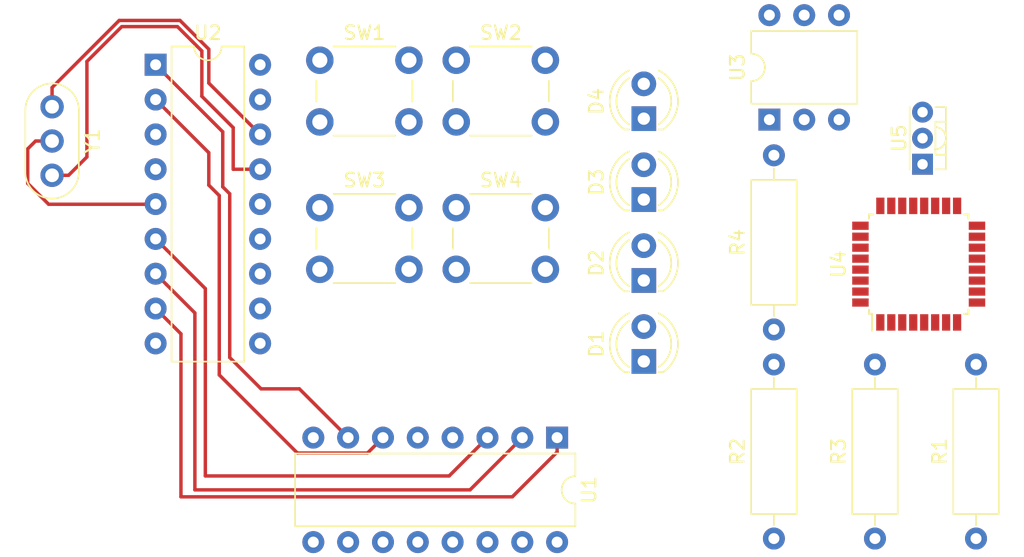
<source format=kicad_pcb>
(kicad_pcb (version 20170922) (host pcbnew no-vcs-found-fc5e8e5~60~ubuntu17.04.1)

(general
  (thickness 1.6)
  (drawings 0)
  (tracks 53)
  (zones 0)
  (modules 18)
  (nets 70)
)

(page A4)
(layers
  (0 F.Cu signal)
  (31 B.Cu signal)
  (32 B.Adhes user)
  (33 F.Adhes user)
  (34 B.Paste user)
  (35 F.Paste user)
  (36 B.SilkS user)
  (37 F.SilkS user)
  (38 B.Mask user)
  (39 F.Mask user)
  (40 Dwgs.User user)
  (41 Cmts.User user)
  (42 Eco1.User user)
  (43 Eco2.User user)
  (44 Edge.Cuts user)
  (45 Margin user)
  (46 B.CrtYd user)
  (47 F.CrtYd user)
  (48 B.Fab user)
  (49 F.Fab user)
)


(setup
  (last_trace_width 0.25)
  (trace_clearance 0.2)
  (zone_clearance 0.508)
  (zone_45_only no)
  (trace_min 0.2)
  (segment_width 0.2)
  (edge_width 0.15)
  (via_size 0.8)
  (via_drill 0.4)
  (via_min_size 0.4)
  (via_min_drill 0.3)
  (uvia_size 0.3)
  (uvia_drill 0.1)
  (uvias_allowed no)
  (uvia_min_size 0.2)
  (uvia_min_drill 0.1)
  (pcb_text_width 0.3)
  (pcb_text_size 1.5 1.5)
  (mod_edge_width 0.15)
  (mod_text_size 1 1)
  (mod_text_width 0.15)
  (pad_size 1.524 1.524)
  (pad_drill 0.762)
  (pad_to_mask_clearance 0.2)
  (aux_axis_origin 0 0)
  (visible_elements FFFFFF7F)
  (pcbplotparams
    (layerselection 0x010fc_ffffffff)
    (usegerberextensions false)
    (usegerberattributes true)
    (usegerberadvancedattributes true)
    (creategerberjobfile true)
    (excludeedgelayer true)
    (linewidth 0.100000)
    (plotframeref false)
    (viasonmask false)
    (mode 1)
    (useauxorigin false)
    (hpglpennumber 1)
    (hpglpenspeed 20)
    (hpglpendiameter 15)
    (psnegative false)
    (psa4output false)
    (plotreference true)
    (plotvalue true)
    (plotinvisibletext false)
    (padsonsilk false)
    (subtractmaskfromsilk false)
    (outputformat 1)
    (mirror false)
    (drillshape 1)
    (scaleselection 1)
    (outputdirectory ""))
)

(net 0 "")
(net 1 /HIGH)
(net 2 /LOW)
(net 3 "Net-(U2-Pad16)")
(net 4 "Net-(U2-Pad15)")
(net 5 +5V)
(net 6 GND)
(net 7 "Net-(U2-Pad13)")
(net 8 "Net-(U2-Pad4)")
(net 9 "Net-(R1-Pad2)")
(net 10 "Net-(U2-Pad3)")
(net 11 /ON/OFF)
(net 12 /DIMMER)
(net 13 "Net-(R2-Pad1)")
(net 14 "Net-(D1-Pad1)")
(net 15 "Net-(U1-Pad16)")
(net 16 "Net-(U1-Pad8)")
(net 17 "Net-(U1-Pad15)")
(net 18 "Net-(U1-Pad14)")
(net 19 "Net-(U1-Pad13)")
(net 20 "Net-(U1-Pad5)")
(net 21 "Net-(U1-Pad12)")
(net 22 "Net-(U1-Pad4)")
(net 23 "Net-(U1-Pad11)")
(net 24 "Net-(U1-Pad10)")
(net 25 "Net-(U1-Pad9)")
(net 26 "Net-(R3-Pad1)")
(net 27 "Net-(R3-Pad2)")
(net 28 "Net-(R4-Pad1)")
(net 29 "Net-(U4-Pad32)")
(net 30 "Net-(U4-Pad31)")
(net 31 "Net-(U4-Pad30)")
(net 32 "Net-(U4-Pad29)")
(net 33 "Net-(U4-Pad28)")
(net 34 "Net-(U4-Pad27)")
(net 35 "Net-(U4-Pad26)")
(net 36 "Net-(U4-Pad25)")
(net 37 "Net-(U4-Pad24)")
(net 38 "Net-(U4-Pad23)")
(net 39 "Net-(U4-Pad22)")
(net 40 "Net-(U4-Pad21)")
(net 41 "Net-(U4-Pad20)")
(net 42 "Net-(U4-Pad19)")
(net 43 "Net-(U4-Pad18)")
(net 44 "Net-(U4-Pad17)")
(net 45 "Net-(U4-Pad16)")
(net 46 "Net-(U4-Pad15)")
(net 47 "Net-(U4-Pad14)")
(net 48 "Net-(U4-Pad13)")
(net 49 "Net-(U4-Pad12)")
(net 50 "Net-(U4-Pad11)")
(net 51 "Net-(U4-Pad10)")
(net 52 "Net-(U4-Pad9)")
(net 53 "Net-(U4-Pad8)")
(net 54 "Net-(U4-Pad7)")
(net 55 "Net-(U4-Pad6)")
(net 56 "Net-(U4-Pad5)")
(net 57 "Net-(U4-Pad4)")
(net 58 "Net-(U4-Pad3)")
(net 59 "Net-(U4-Pad2)")
(net 60 "Net-(U4-Pad1)")
(net 61 "Net-(U3-Pad6)")
(net 62 "Net-(U3-Pad3)")
(net 63 "Net-(U3-Pad5)")
(net 64 "Net-(U3-Pad4)")
(net 65 /FAN)
(net 66 /1000W)
(net 67 /SWING)
(net 68 /100_W)
(net 69 /BUZZER)

(net_class Default "This is the default net class."
  (clearance 0.2)
  (trace_width 0.25)
  (via_dia 0.8)
  (via_drill 0.4)
  (uvia_dia 0.3)
  (uvia_drill 0.1)
  (add_net +5V)
  (add_net /1000W)
  (add_net /100_W)
  (add_net /BUZZER)
  (add_net /DIMMER)
  (add_net /FAN)
  (add_net /HIGH)
  (add_net /LOW)
  (add_net /ON/OFF)
  (add_net /SWING)
  (add_net GND)
  (add_net "Net-(D1-Pad1)")
  (add_net "Net-(R1-Pad2)")
  (add_net "Net-(R2-Pad1)")
  (add_net "Net-(R3-Pad1)")
  (add_net "Net-(R3-Pad2)")
  (add_net "Net-(R4-Pad1)")
  (add_net "Net-(U1-Pad10)")
  (add_net "Net-(U1-Pad11)")
  (add_net "Net-(U1-Pad12)")
  (add_net "Net-(U1-Pad13)")
  (add_net "Net-(U1-Pad14)")
  (add_net "Net-(U1-Pad15)")
  (add_net "Net-(U1-Pad16)")
  (add_net "Net-(U1-Pad4)")
  (add_net "Net-(U1-Pad5)")
  (add_net "Net-(U1-Pad8)")
  (add_net "Net-(U1-Pad9)")
  (add_net "Net-(U2-Pad13)")
  (add_net "Net-(U2-Pad15)")
  (add_net "Net-(U2-Pad16)")
  (add_net "Net-(U2-Pad3)")
  (add_net "Net-(U2-Pad4)")
  (add_net "Net-(U3-Pad3)")
  (add_net "Net-(U3-Pad4)")
  (add_net "Net-(U3-Pad5)")
  (add_net "Net-(U3-Pad6)")
  (add_net "Net-(U4-Pad1)")
  (add_net "Net-(U4-Pad10)")
  (add_net "Net-(U4-Pad11)")
  (add_net "Net-(U4-Pad12)")
  (add_net "Net-(U4-Pad13)")
  (add_net "Net-(U4-Pad14)")
  (add_net "Net-(U4-Pad15)")
  (add_net "Net-(U4-Pad16)")
  (add_net "Net-(U4-Pad17)")
  (add_net "Net-(U4-Pad18)")
  (add_net "Net-(U4-Pad19)")
  (add_net "Net-(U4-Pad2)")
  (add_net "Net-(U4-Pad20)")
  (add_net "Net-(U4-Pad21)")
  (add_net "Net-(U4-Pad22)")
  (add_net "Net-(U4-Pad23)")
  (add_net "Net-(U4-Pad24)")
  (add_net "Net-(U4-Pad25)")
  (add_net "Net-(U4-Pad26)")
  (add_net "Net-(U4-Pad27)")
  (add_net "Net-(U4-Pad28)")
  (add_net "Net-(U4-Pad29)")
  (add_net "Net-(U4-Pad3)")
  (add_net "Net-(U4-Pad30)")
  (add_net "Net-(U4-Pad31)")
  (add_net "Net-(U4-Pad32)")
  (add_net "Net-(U4-Pad4)")
  (add_net "Net-(U4-Pad5)")
  (add_net "Net-(U4-Pad6)")
  (add_net "Net-(U4-Pad7)")
  (add_net "Net-(U4-Pad8)")
  (add_net "Net-(U4-Pad9)")
)

  (module Housings_DIP:DIP-6_W7.62mm (layer F.Cu) (tedit 59C78D6B) (tstamp 59F42880)
    (at 174.2295 80.950999 90)
    (descr "6-lead though-hole mounted DIP package, row spacing 7.62 mm (300 mils)")
    (tags "THT DIP DIL PDIP 2.54mm 7.62mm 300mil")
    (path /59F3A3E3)
    (fp_text reference U3 (at 3.81 -2.33 90) (layer F.SilkS)
      (effects (font (size 1 1) (thickness 0.15)))
    )
    (fp_text value MOC3021M (at 3.81 7.41 90) (layer F.Fab)
      (effects (font (size 1 1) (thickness 0.15)))
    )
    (fp_text user %R (at 3.81 2.54 90) (layer F.Fab)
      (effects (font (size 1 1) (thickness 0.15)))
    )
    (fp_line (start 8.7 -1.55) (end -1.1 -1.55) (layer F.CrtYd) (width 0.05))
    (fp_line (start 8.7 6.6) (end 8.7 -1.55) (layer F.CrtYd) (width 0.05))
    (fp_line (start -1.1 6.6) (end 8.7 6.6) (layer F.CrtYd) (width 0.05))
    (fp_line (start -1.1 -1.55) (end -1.1 6.6) (layer F.CrtYd) (width 0.05))
    (fp_line (start 6.46 -1.33) (end 4.81 -1.33) (layer F.SilkS) (width 0.12))
    (fp_line (start 6.46 6.41) (end 6.46 -1.33) (layer F.SilkS) (width 0.12))
    (fp_line (start 1.16 6.41) (end 6.46 6.41) (layer F.SilkS) (width 0.12))
    (fp_line (start 1.16 -1.33) (end 1.16 6.41) (layer F.SilkS) (width 0.12))
    (fp_line (start 2.81 -1.33) (end 1.16 -1.33) (layer F.SilkS) (width 0.12))
    (fp_line (start 0.635 -0.27) (end 1.635 -1.27) (layer F.Fab) (width 0.1))
    (fp_line (start 0.635 6.35) (end 0.635 -0.27) (layer F.Fab) (width 0.1))
    (fp_line (start 6.985 6.35) (end 0.635 6.35) (layer F.Fab) (width 0.1))
    (fp_line (start 6.985 -1.27) (end 6.985 6.35) (layer F.Fab) (width 0.1))
    (fp_line (start 1.635 -1.27) (end 6.985 -1.27) (layer F.Fab) (width 0.1))
    (fp_arc (start 3.81 -1.33) (end 2.81 -1.33) (angle -180) (layer F.SilkS) (width 0.12))
    (pad 6 thru_hole oval (at 7.62 0 90) (size 1.6 1.6) (drill 0.8) (layers *.Cu *.Mask)
      (net 61 "Net-(U3-Pad6)"))
    (pad 3 thru_hole oval (at 0 5.08 90) (size 1.6 1.6) (drill 0.8) (layers *.Cu *.Mask)
      (net 62 "Net-(U3-Pad3)"))
    (pad 5 thru_hole oval (at 7.62 2.54 90) (size 1.6 1.6) (drill 0.8) (layers *.Cu *.Mask)
      (net 63 "Net-(U3-Pad5)"))
    (pad 2 thru_hole oval (at 0 2.54 90) (size 1.6 1.6) (drill 0.8) (layers *.Cu *.Mask)
      (net 6 GND))
    (pad 4 thru_hole oval (at 7.62 5.08 90) (size 1.6 1.6) (drill 0.8) (layers *.Cu *.Mask)
      (net 64 "Net-(U3-Pad4)"))
    (pad 1 thru_hole rect (at 0 0 90) (size 1.6 1.6) (drill 0.8) (layers *.Cu *.Mask)
      (net 27 "Net-(R3-Pad2)"))
    (model ${KISYS3DMOD}/Housings_DIP.3dshapes/DIP-6_W7.62mm.wrl
      (at (xyz 0 0 0))
      (scale (xyz 1 1 1))
      (rotate (xyz 0 0 0))
    )
  )

  (module Housings_QFP:LQFP-32_7x7mm_Pitch0.8mm (layer F.Cu) (tedit 54130A77) (tstamp 59F42866)
    (at 185.1195 91.489095 90)
    (descr "LQFP32: plastic low profile quad flat package; 32 leads; body 7 x 7 x 1.4 mm (see NXP sot358-1_po.pdf and sot358-1_fr.pdf)")
    (tags "QFP 0.8")
    (path /59F3A01F)
    (attr smd)
    (fp_text reference U4 (at 0 -5.85 90) (layer F.SilkS)
      (effects (font (size 1 1) (thickness 0.15)))
    )
    (fp_text value ATMEGA8-16AU (at 0 5.85 90) (layer F.Fab)
      (effects (font (size 1 1) (thickness 0.15)))
    )
    (fp_line (start -3.625 -3.4) (end -4.85 -3.4) (layer F.SilkS) (width 0.15))
    (fp_line (start 3.625 -3.625) (end 3.325 -3.625) (layer F.SilkS) (width 0.15))
    (fp_line (start 3.625 3.625) (end 3.325 3.625) (layer F.SilkS) (width 0.15))
    (fp_line (start -3.625 3.625) (end -3.325 3.625) (layer F.SilkS) (width 0.15))
    (fp_line (start -3.625 -3.625) (end -3.325 -3.625) (layer F.SilkS) (width 0.15))
    (fp_line (start -3.625 3.625) (end -3.625 3.325) (layer F.SilkS) (width 0.15))
    (fp_line (start 3.625 3.625) (end 3.625 3.325) (layer F.SilkS) (width 0.15))
    (fp_line (start 3.625 -3.625) (end 3.625 -3.325) (layer F.SilkS) (width 0.15))
    (fp_line (start -3.625 -3.625) (end -3.625 -3.4) (layer F.SilkS) (width 0.15))
    (fp_line (start -5.1 5.1) (end 5.1 5.1) (layer F.CrtYd) (width 0.05))
    (fp_line (start -5.1 -5.1) (end 5.1 -5.1) (layer F.CrtYd) (width 0.05))
    (fp_line (start 5.1 -5.1) (end 5.1 5.1) (layer F.CrtYd) (width 0.05))
    (fp_line (start -5.1 -5.1) (end -5.1 5.1) (layer F.CrtYd) (width 0.05))
    (fp_line (start -3.5 -2.5) (end -2.5 -3.5) (layer F.Fab) (width 0.15))
    (fp_line (start -3.5 3.5) (end -3.5 -2.5) (layer F.Fab) (width 0.15))
    (fp_line (start 3.5 3.5) (end -3.5 3.5) (layer F.Fab) (width 0.15))
    (fp_line (start 3.5 -3.5) (end 3.5 3.5) (layer F.Fab) (width 0.15))
    (fp_line (start -2.5 -3.5) (end 3.5 -3.5) (layer F.Fab) (width 0.15))
    (fp_text user %R (at 0 0 90) (layer F.Fab)
      (effects (font (size 1 1) (thickness 0.15)))
    )
    (pad 32 smd rect (at -2.8 -4.25 180) (size 1.2 0.6) (layers F.Cu F.Paste F.Mask)
      (net 29 "Net-(U4-Pad32)"))
    (pad 31 smd rect (at -2 -4.25 180) (size 1.2 0.6) (layers F.Cu F.Paste F.Mask)
      (net 30 "Net-(U4-Pad31)"))
    (pad 30 smd rect (at -1.2 -4.25 180) (size 1.2 0.6) (layers F.Cu F.Paste F.Mask)
      (net 31 "Net-(U4-Pad30)"))
    (pad 29 smd rect (at -0.4 -4.25 180) (size 1.2 0.6) (layers F.Cu F.Paste F.Mask)
      (net 32 "Net-(U4-Pad29)"))
    (pad 28 smd rect (at 0.4 -4.25 180) (size 1.2 0.6) (layers F.Cu F.Paste F.Mask)
      (net 33 "Net-(U4-Pad28)"))
    (pad 27 smd rect (at 1.2 -4.25 180) (size 1.2 0.6) (layers F.Cu F.Paste F.Mask)
      (net 34 "Net-(U4-Pad27)"))
    (pad 26 smd rect (at 2 -4.25 180) (size 1.2 0.6) (layers F.Cu F.Paste F.Mask)
      (net 35 "Net-(U4-Pad26)"))
    (pad 25 smd rect (at 2.8 -4.25 180) (size 1.2 0.6) (layers F.Cu F.Paste F.Mask)
      (net 36 "Net-(U4-Pad25)"))
    (pad 24 smd rect (at 4.25 -2.8 90) (size 1.2 0.6) (layers F.Cu F.Paste F.Mask)
      (net 37 "Net-(U4-Pad24)"))
    (pad 23 smd rect (at 4.25 -2 90) (size 1.2 0.6) (layers F.Cu F.Paste F.Mask)
      (net 38 "Net-(U4-Pad23)"))
    (pad 22 smd rect (at 4.25 -1.2 90) (size 1.2 0.6) (layers F.Cu F.Paste F.Mask)
      (net 39 "Net-(U4-Pad22)"))
    (pad 21 smd rect (at 4.25 -0.4 90) (size 1.2 0.6) (layers F.Cu F.Paste F.Mask)
      (net 40 "Net-(U4-Pad21)"))
    (pad 20 smd rect (at 4.25 0.4 90) (size 1.2 0.6) (layers F.Cu F.Paste F.Mask)
      (net 41 "Net-(U4-Pad20)"))
    (pad 19 smd rect (at 4.25 1.2 90) (size 1.2 0.6) (layers F.Cu F.Paste F.Mask)
      (net 42 "Net-(U4-Pad19)"))
    (pad 18 smd rect (at 4.25 2 90) (size 1.2 0.6) (layers F.Cu F.Paste F.Mask)
      (net 43 "Net-(U4-Pad18)"))
    (pad 17 smd rect (at 4.25 2.8 90) (size 1.2 0.6) (layers F.Cu F.Paste F.Mask)
      (net 44 "Net-(U4-Pad17)"))
    (pad 16 smd rect (at 2.8 4.25 180) (size 1.2 0.6) (layers F.Cu F.Paste F.Mask)
      (net 45 "Net-(U4-Pad16)"))
    (pad 15 smd rect (at 2 4.25 180) (size 1.2 0.6) (layers F.Cu F.Paste F.Mask)
      (net 46 "Net-(U4-Pad15)"))
    (pad 14 smd rect (at 1.2 4.25 180) (size 1.2 0.6) (layers F.Cu F.Paste F.Mask)
      (net 47 "Net-(U4-Pad14)"))
    (pad 13 smd rect (at 0.4 4.25 180) (size 1.2 0.6) (layers F.Cu F.Paste F.Mask)
      (net 48 "Net-(U4-Pad13)"))
    (pad 12 smd rect (at -0.4 4.25 180) (size 1.2 0.6) (layers F.Cu F.Paste F.Mask)
      (net 49 "Net-(U4-Pad12)"))
    (pad 11 smd rect (at -1.2 4.25 180) (size 1.2 0.6) (layers F.Cu F.Paste F.Mask)
      (net 50 "Net-(U4-Pad11)"))
    (pad 10 smd rect (at -2 4.25 180) (size 1.2 0.6) (layers F.Cu F.Paste F.Mask)
      (net 51 "Net-(U4-Pad10)"))
    (pad 9 smd rect (at -2.8 4.25 180) (size 1.2 0.6) (layers F.Cu F.Paste F.Mask)
      (net 52 "Net-(U4-Pad9)"))
    (pad 8 smd rect (at -4.25 2.8 90) (size 1.2 0.6) (layers F.Cu F.Paste F.Mask)
      (net 53 "Net-(U4-Pad8)"))
    (pad 7 smd rect (at -4.25 2 90) (size 1.2 0.6) (layers F.Cu F.Paste F.Mask)
      (net 54 "Net-(U4-Pad7)"))
    (pad 6 smd rect (at -4.25 1.2 90) (size 1.2 0.6) (layers F.Cu F.Paste F.Mask)
      (net 55 "Net-(U4-Pad6)"))
    (pad 5 smd rect (at -4.25 0.4 90) (size 1.2 0.6) (layers F.Cu F.Paste F.Mask)
      (net 56 "Net-(U4-Pad5)"))
    (pad 4 smd rect (at -4.25 -0.4 90) (size 1.2 0.6) (layers F.Cu F.Paste F.Mask)
      (net 57 "Net-(U4-Pad4)"))
    (pad 3 smd rect (at -4.25 -1.2 90) (size 1.2 0.6) (layers F.Cu F.Paste F.Mask)
      (net 58 "Net-(U4-Pad3)"))
    (pad 2 smd rect (at -4.25 -2 90) (size 1.2 0.6) (layers F.Cu F.Paste F.Mask)
      (net 59 "Net-(U4-Pad2)"))
    (pad 1 smd rect (at -4.25 -2.8 90) (size 1.2 0.6) (layers F.Cu F.Paste F.Mask)
      (net 60 "Net-(U4-Pad1)"))
    (model ${KISYS3DMOD}/Housings_QFP.3dshapes/LQFP-32_7x7mm_Pitch0.8mm.wrl
      (at (xyz 0 0 0))
      (scale (xyz 1 1 1))
      (rotate (xyz 0 0 0))
    )
  )

  (module Opto-Devices:ONSemi_QSE15x (layer F.Cu) (tedit 59CA9238) (tstamp 59F4279F)
    (at 185.3995 84.205048 90)
    (descr "3 Lead Plastic Package")
    (tags "ONSemi QSE158 QSE159")
    (path /59F3AB11)
    (fp_text reference U5 (at 1.9 -1.71 90) (layer F.SilkS)
      (effects (font (size 1 1) (thickness 0.15)))
    )
    (fp_text value QSE159 (at 1.905 2.413 90) (layer F.Fab)
      (effects (font (size 1 1) (thickness 0.15)))
    )
    (fp_line (start -0.37 -0.94) (end 4.17 -0.94) (layer F.SilkS) (width 0.12))
    (fp_line (start 4.17 1.7) (end 4.17 0.94) (layer F.SilkS) (width 0.12))
    (fp_line (start 0.695 0.94) (end 3.105 0.94) (layer F.SilkS) (width 0.12))
    (fp_line (start -0.37 0.94) (end -0.37 1.7) (layer F.SilkS) (width 0.12))
    (fp_line (start -0.37 1.7) (end 4.17 1.7) (layer F.SilkS) (width 0.12))
    (fp_arc (start 1.9 0.875) (end 1.9 1.7) (angle 90) (layer F.SilkS) (width 0.12))
    (fp_arc (start 1.9 0.875) (end 2.725 0.94) (angle 90) (layer F.SilkS) (width 0.12))
    (fp_line (start 3.105 0.94) (end 3.105 1.7) (layer F.SilkS) (width 0.12))
    (fp_line (start 0.695 0.94) (end 0.695 1.7) (layer F.SilkS) (width 0.12))
    (fp_text user %R (at 1.905 0 90) (layer F.Fab)
      (effects (font (size 1 1) (thickness 0.15)))
    )
    (fp_line (start -0.32 -0.89) (end 4.12 -0.89) (layer F.Fab) (width 0.1))
    (fp_line (start -0.32 -0.89) (end -0.32 1.65) (layer F.Fab) (width 0.1))
    (fp_line (start 4.12 1.65) (end 4.12 -0.89) (layer F.Fab) (width 0.1))
    (fp_line (start -0.32 1.65) (end 4.12 1.65) (layer F.Fab) (width 0.1))
    (fp_line (start 3.105 1.65) (end 3.105 0.825) (layer F.Fab) (width 0.1))
    (fp_line (start 0.695 0.825) (end 3.105 0.825) (layer F.Fab) (width 0.1))
    (fp_line (start 0.695 1.65) (end 0.695 0.825) (layer F.Fab) (width 0.1))
    (fp_arc (start 1.9 0.825) (end 1.9 1.65) (angle 90) (layer F.Fab) (width 0.1))
    (fp_arc (start 1.9 0.825) (end 2.725 0.825) (angle 90) (layer F.Fab) (width 0.1))
    (fp_line (start -1.02 1.9) (end -1.02 -1.14) (layer F.CrtYd) (width 0.05))
    (fp_line (start 4.82 1.9) (end -1.02 1.9) (layer F.CrtYd) (width 0.05))
    (fp_line (start 4.82 -1.14) (end 4.82 1.9) (layer F.CrtYd) (width 0.05))
    (fp_line (start -1.02 -1.14) (end 4.82 -1.14) (layer F.CrtYd) (width 0.05))
    (pad 3 thru_hole circle (at 3.8 0 90) (size 1.524 1.524) (drill 0.762) (layers *.Cu *.Mask)
      (net 28 "Net-(R4-Pad1)"))
    (pad 2 thru_hole circle (at 1.9 0 90) (size 1.524 1.524) (drill 0.762) (layers *.Cu *.Mask)
      (net 7 "Net-(U2-Pad13)"))
    (pad 1 thru_hole rect (at 0 0 90) (size 1.524 1.524) (drill 0.762) (layers *.Cu *.Mask)
      (net 6 GND))
    (model ${KISYS3DMOD}/Opto-Devices.3dshapes/ONSemi_QSE15x.wrl
      (at (xyz 0 0 0))
      (scale (xyz 1 1 1))
      (rotate (xyz 0 0 0))
    )
  )

  (module Resistors_THT:R_Axial_DIN0309_L9.0mm_D3.2mm_P12.70mm_Horizontal (layer F.Cu) (tedit 5874F706) (tstamp 59F42781)
    (at 189.2995 111.500999 90)
    (descr "Resistor, Axial_DIN0309 series, Axial, Horizontal, pin pitch=12.7mm, 0.5W = 1/2W, length*diameter=9*3.2mm^2, http://cdn-reichelt.de/documents/datenblatt/B400/1_4W%23YAG.pdf")
    (tags "Resistor Axial_DIN0309 series Axial Horizontal pin pitch 12.7mm 0.5W = 1/2W length 9mm diameter 3.2mm")
    (path /59F37719)
    (fp_text reference R1 (at 6.35 -2.66 90) (layer F.SilkS)
      (effects (font (size 1 1) (thickness 0.15)))
    )
    (fp_text value 100 (at 6.35 2.66 90) (layer F.Fab)
      (effects (font (size 1 1) (thickness 0.15)))
    )
    (fp_line (start 1.85 -1.6) (end 1.85 1.6) (layer F.Fab) (width 0.1))
    (fp_line (start 1.85 1.6) (end 10.85 1.6) (layer F.Fab) (width 0.1))
    (fp_line (start 10.85 1.6) (end 10.85 -1.6) (layer F.Fab) (width 0.1))
    (fp_line (start 10.85 -1.6) (end 1.85 -1.6) (layer F.Fab) (width 0.1))
    (fp_line (start 0 0) (end 1.85 0) (layer F.Fab) (width 0.1))
    (fp_line (start 12.7 0) (end 10.85 0) (layer F.Fab) (width 0.1))
    (fp_line (start 1.79 -1.66) (end 1.79 1.66) (layer F.SilkS) (width 0.12))
    (fp_line (start 1.79 1.66) (end 10.91 1.66) (layer F.SilkS) (width 0.12))
    (fp_line (start 10.91 1.66) (end 10.91 -1.66) (layer F.SilkS) (width 0.12))
    (fp_line (start 10.91 -1.66) (end 1.79 -1.66) (layer F.SilkS) (width 0.12))
    (fp_line (start 0.98 0) (end 1.79 0) (layer F.SilkS) (width 0.12))
    (fp_line (start 11.72 0) (end 10.91 0) (layer F.SilkS) (width 0.12))
    (fp_line (start -1.05 -1.95) (end -1.05 1.95) (layer F.CrtYd) (width 0.05))
    (fp_line (start -1.05 1.95) (end 13.75 1.95) (layer F.CrtYd) (width 0.05))
    (fp_line (start 13.75 1.95) (end 13.75 -1.95) (layer F.CrtYd) (width 0.05))
    (fp_line (start 13.75 -1.95) (end -1.05 -1.95) (layer F.CrtYd) (width 0.05))
    (pad 1 thru_hole circle (at 0 0 90) (size 1.6 1.6) (drill 0.8) (layers *.Cu *.Mask)
      (net 14 "Net-(D1-Pad1)"))
    (pad 2 thru_hole oval (at 12.7 0 90) (size 1.6 1.6) (drill 0.8) (layers *.Cu *.Mask)
      (net 9 "Net-(R1-Pad2)"))
    (model ${KISYS3DMOD}/Resistors_THT.3dshapes/R_Axial_DIN0309_L9.0mm_D3.2mm_P12.70mm_Horizontal.wrl
      (at (xyz 0 0 0))
      (scale (xyz 0.393701 0.393701 0.393701))
      (rotate (xyz 0 0 0))
    )
  )

  (module Resistors_THT:R_Axial_DIN0309_L9.0mm_D3.2mm_P12.70mm_Horizontal (layer F.Cu) (tedit 5874F706) (tstamp 59F4276B)
    (at 174.5595 96.250999 90)
    (descr "Resistor, Axial_DIN0309 series, Axial, Horizontal, pin pitch=12.7mm, 0.5W = 1/2W, length*diameter=9*3.2mm^2, http://cdn-reichelt.de/documents/datenblatt/B400/1_4W%23YAG.pdf")
    (tags "Resistor Axial_DIN0309 series Axial Horizontal pin pitch 12.7mm 0.5W = 1/2W length 9mm diameter 3.2mm")
    (path /59F3AC30)
    (fp_text reference R4 (at 6.35 -2.66 90) (layer F.SilkS)
      (effects (font (size 1 1) (thickness 0.15)))
    )
    (fp_text value 100 (at 6.35 2.66 90) (layer F.Fab)
      (effects (font (size 1 1) (thickness 0.15)))
    )
    (fp_line (start 13.75 -1.95) (end -1.05 -1.95) (layer F.CrtYd) (width 0.05))
    (fp_line (start 13.75 1.95) (end 13.75 -1.95) (layer F.CrtYd) (width 0.05))
    (fp_line (start -1.05 1.95) (end 13.75 1.95) (layer F.CrtYd) (width 0.05))
    (fp_line (start -1.05 -1.95) (end -1.05 1.95) (layer F.CrtYd) (width 0.05))
    (fp_line (start 11.72 0) (end 10.91 0) (layer F.SilkS) (width 0.12))
    (fp_line (start 0.98 0) (end 1.79 0) (layer F.SilkS) (width 0.12))
    (fp_line (start 10.91 -1.66) (end 1.79 -1.66) (layer F.SilkS) (width 0.12))
    (fp_line (start 10.91 1.66) (end 10.91 -1.66) (layer F.SilkS) (width 0.12))
    (fp_line (start 1.79 1.66) (end 10.91 1.66) (layer F.SilkS) (width 0.12))
    (fp_line (start 1.79 -1.66) (end 1.79 1.66) (layer F.SilkS) (width 0.12))
    (fp_line (start 12.7 0) (end 10.85 0) (layer F.Fab) (width 0.1))
    (fp_line (start 0 0) (end 1.85 0) (layer F.Fab) (width 0.1))
    (fp_line (start 10.85 -1.6) (end 1.85 -1.6) (layer F.Fab) (width 0.1))
    (fp_line (start 10.85 1.6) (end 10.85 -1.6) (layer F.Fab) (width 0.1))
    (fp_line (start 1.85 1.6) (end 10.85 1.6) (layer F.Fab) (width 0.1))
    (fp_line (start 1.85 -1.6) (end 1.85 1.6) (layer F.Fab) (width 0.1))
    (pad 2 thru_hole oval (at 12.7 0 90) (size 1.6 1.6) (drill 0.8) (layers *.Cu *.Mask)
      (net 5 +5V))
    (pad 1 thru_hole circle (at 0 0 90) (size 1.6 1.6) (drill 0.8) (layers *.Cu *.Mask)
      (net 28 "Net-(R4-Pad1)"))
    (model ${KISYS3DMOD}/Resistors_THT.3dshapes/R_Axial_DIN0309_L9.0mm_D3.2mm_P12.70mm_Horizontal.wrl
      (at (xyz 0 0 0))
      (scale (xyz 0.393701 0.393701 0.393701))
      (rotate (xyz 0 0 0))
    )
  )

  (module Resistors_THT:R_Axial_DIN0309_L9.0mm_D3.2mm_P12.70mm_Horizontal (layer F.Cu) (tedit 5874F706) (tstamp 59F42755)
    (at 181.9295 111.500999 90)
    (descr "Resistor, Axial_DIN0309 series, Axial, Horizontal, pin pitch=12.7mm, 0.5W = 1/2W, length*diameter=9*3.2mm^2, http://cdn-reichelt.de/documents/datenblatt/B400/1_4W%23YAG.pdf")
    (tags "Resistor Axial_DIN0309 series Axial Horizontal pin pitch 12.7mm 0.5W = 1/2W length 9mm diameter 3.2mm")
    (path /59F3A66C)
    (fp_text reference R3 (at 6.35 -2.66 90) (layer F.SilkS)
      (effects (font (size 1 1) (thickness 0.15)))
    )
    (fp_text value 1k (at 6.35 2.66 90) (layer F.Fab)
      (effects (font (size 1 1) (thickness 0.15)))
    )
    (fp_line (start 1.85 -1.6) (end 1.85 1.6) (layer F.Fab) (width 0.1))
    (fp_line (start 1.85 1.6) (end 10.85 1.6) (layer F.Fab) (width 0.1))
    (fp_line (start 10.85 1.6) (end 10.85 -1.6) (layer F.Fab) (width 0.1))
    (fp_line (start 10.85 -1.6) (end 1.85 -1.6) (layer F.Fab) (width 0.1))
    (fp_line (start 0 0) (end 1.85 0) (layer F.Fab) (width 0.1))
    (fp_line (start 12.7 0) (end 10.85 0) (layer F.Fab) (width 0.1))
    (fp_line (start 1.79 -1.66) (end 1.79 1.66) (layer F.SilkS) (width 0.12))
    (fp_line (start 1.79 1.66) (end 10.91 1.66) (layer F.SilkS) (width 0.12))
    (fp_line (start 10.91 1.66) (end 10.91 -1.66) (layer F.SilkS) (width 0.12))
    (fp_line (start 10.91 -1.66) (end 1.79 -1.66) (layer F.SilkS) (width 0.12))
    (fp_line (start 0.98 0) (end 1.79 0) (layer F.SilkS) (width 0.12))
    (fp_line (start 11.72 0) (end 10.91 0) (layer F.SilkS) (width 0.12))
    (fp_line (start -1.05 -1.95) (end -1.05 1.95) (layer F.CrtYd) (width 0.05))
    (fp_line (start -1.05 1.95) (end 13.75 1.95) (layer F.CrtYd) (width 0.05))
    (fp_line (start 13.75 1.95) (end 13.75 -1.95) (layer F.CrtYd) (width 0.05))
    (fp_line (start 13.75 -1.95) (end -1.05 -1.95) (layer F.CrtYd) (width 0.05))
    (pad 1 thru_hole circle (at 0 0 90) (size 1.6 1.6) (drill 0.8) (layers *.Cu *.Mask)
      (net 26 "Net-(R3-Pad1)"))
    (pad 2 thru_hole oval (at 12.7 0 90) (size 1.6 1.6) (drill 0.8) (layers *.Cu *.Mask)
      (net 27 "Net-(R3-Pad2)"))
    (model ${KISYS3DMOD}/Resistors_THT.3dshapes/R_Axial_DIN0309_L9.0mm_D3.2mm_P12.70mm_Horizontal.wrl
      (at (xyz 0 0 0))
      (scale (xyz 0.393701 0.393701 0.393701))
      (rotate (xyz 0 0 0))
    )
  )

  (module Resistors_THT:R_Axial_DIN0309_L9.0mm_D3.2mm_P12.70mm_Horizontal (layer F.Cu) (tedit 5874F706) (tstamp 59F4273F)
    (at 174.5595 111.500999 90)
    (descr "Resistor, Axial_DIN0309 series, Axial, Horizontal, pin pitch=12.7mm, 0.5W = 1/2W, length*diameter=9*3.2mm^2, http://cdn-reichelt.de/documents/datenblatt/B400/1_4W%23YAG.pdf")
    (tags "Resistor Axial_DIN0309 series Axial Horizontal pin pitch 12.7mm 0.5W = 1/2W length 9mm diameter 3.2mm")
    (path /59F381B4)
    (fp_text reference R2 (at 6.35 -2.66 90) (layer F.SilkS)
      (effects (font (size 1 1) (thickness 0.15)))
    )
    (fp_text value 2k (at 6.35 2.66 90) (layer F.Fab)
      (effects (font (size 1 1) (thickness 0.15)))
    )
    (fp_line (start 13.75 -1.95) (end -1.05 -1.95) (layer F.CrtYd) (width 0.05))
    (fp_line (start 13.75 1.95) (end 13.75 -1.95) (layer F.CrtYd) (width 0.05))
    (fp_line (start -1.05 1.95) (end 13.75 1.95) (layer F.CrtYd) (width 0.05))
    (fp_line (start -1.05 -1.95) (end -1.05 1.95) (layer F.CrtYd) (width 0.05))
    (fp_line (start 11.72 0) (end 10.91 0) (layer F.SilkS) (width 0.12))
    (fp_line (start 0.98 0) (end 1.79 0) (layer F.SilkS) (width 0.12))
    (fp_line (start 10.91 -1.66) (end 1.79 -1.66) (layer F.SilkS) (width 0.12))
    (fp_line (start 10.91 1.66) (end 10.91 -1.66) (layer F.SilkS) (width 0.12))
    (fp_line (start 1.79 1.66) (end 10.91 1.66) (layer F.SilkS) (width 0.12))
    (fp_line (start 1.79 -1.66) (end 1.79 1.66) (layer F.SilkS) (width 0.12))
    (fp_line (start 12.7 0) (end 10.85 0) (layer F.Fab) (width 0.1))
    (fp_line (start 0 0) (end 1.85 0) (layer F.Fab) (width 0.1))
    (fp_line (start 10.85 -1.6) (end 1.85 -1.6) (layer F.Fab) (width 0.1))
    (fp_line (start 10.85 1.6) (end 10.85 -1.6) (layer F.Fab) (width 0.1))
    (fp_line (start 1.85 1.6) (end 10.85 1.6) (layer F.Fab) (width 0.1))
    (fp_line (start 1.85 -1.6) (end 1.85 1.6) (layer F.Fab) (width 0.1))
    (pad 2 thru_hole oval (at 12.7 0 90) (size 1.6 1.6) (drill 0.8) (layers *.Cu *.Mask)
      (net 6 GND))
    (pad 1 thru_hole circle (at 0 0 90) (size 1.6 1.6) (drill 0.8) (layers *.Cu *.Mask)
      (net 13 "Net-(R2-Pad1)"))
    (model ${KISYS3DMOD}/Resistors_THT.3dshapes/R_Axial_DIN0309_L9.0mm_D3.2mm_P12.70mm_Horizontal.wrl
      (at (xyz 0 0 0))
      (scale (xyz 0.393701 0.393701 0.393701))
      (rotate (xyz 0 0 0))
    )
  )

  (module Housings_DIP:DIP-16_W7.62mm (layer F.Cu) (tedit 59C78D6B) (tstamp 59F3E642)
    (at 158.75 104.14 270)
    (descr "16-lead though-hole mounted DIP package, row spacing 7.62 mm (300 mils)")
    (tags "THT DIP DIL PDIP 2.54mm 7.62mm 300mil")
    (path /59F38F3B)
    (fp_text reference U1 (at 3.81 -2.33 270) (layer F.SilkS)
      (effects (font (size 1 1) (thickness 0.15)))
    )
    (fp_text value ULN2003A (at 3.81 20.11 270) (layer F.Fab)
      (effects (font (size 1 1) (thickness 0.15)))
    )
    (fp_text user %R (at 3.81 8.89 270) (layer F.Fab)
      (effects (font (size 1 1) (thickness 0.15)))
    )
    (fp_line (start 8.7 -1.55) (end -1.1 -1.55) (layer F.CrtYd) (width 0.05))
    (fp_line (start 8.7 19.3) (end 8.7 -1.55) (layer F.CrtYd) (width 0.05))
    (fp_line (start -1.1 19.3) (end 8.7 19.3) (layer F.CrtYd) (width 0.05))
    (fp_line (start -1.1 -1.55) (end -1.1 19.3) (layer F.CrtYd) (width 0.05))
    (fp_line (start 6.46 -1.33) (end 4.81 -1.33) (layer F.SilkS) (width 0.12))
    (fp_line (start 6.46 19.11) (end 6.46 -1.33) (layer F.SilkS) (width 0.12))
    (fp_line (start 1.16 19.11) (end 6.46 19.11) (layer F.SilkS) (width 0.12))
    (fp_line (start 1.16 -1.33) (end 1.16 19.11) (layer F.SilkS) (width 0.12))
    (fp_line (start 2.81 -1.33) (end 1.16 -1.33) (layer F.SilkS) (width 0.12))
    (fp_line (start 0.635 -0.27) (end 1.635 -1.27) (layer F.Fab) (width 0.1))
    (fp_line (start 0.635 19.05) (end 0.635 -0.27) (layer F.Fab) (width 0.1))
    (fp_line (start 6.985 19.05) (end 0.635 19.05) (layer F.Fab) (width 0.1))
    (fp_line (start 6.985 -1.27) (end 6.985 19.05) (layer F.Fab) (width 0.1))
    (fp_line (start 1.635 -1.27) (end 6.985 -1.27) (layer F.Fab) (width 0.1))
    (fp_arc (start 3.81 -1.33) (end 2.81 -1.33) (angle -180) (layer F.SilkS) (width 0.12))
    (pad 16 thru_hole oval (at 7.62 0 270) (size 1.6 1.6) (drill 0.8) (layers *.Cu *.Mask)
      (net 15 "Net-(U1-Pad16)"))
    (pad 8 thru_hole oval (at 0 17.78 270) (size 1.6 1.6) (drill 0.8) (layers *.Cu *.Mask)
      (net 16 "Net-(U1-Pad8)"))
    (pad 15 thru_hole oval (at 7.62 2.54 270) (size 1.6 1.6) (drill 0.8) (layers *.Cu *.Mask)
      (net 17 "Net-(U1-Pad15)"))
    (pad 7 thru_hole oval (at 0 15.24 270) (size 1.6 1.6) (drill 0.8) (layers *.Cu *.Mask)
      (net 69 /BUZZER))
    (pad 14 thru_hole oval (at 7.62 5.08 270) (size 1.6 1.6) (drill 0.8) (layers *.Cu *.Mask)
      (net 18 "Net-(U1-Pad14)"))
    (pad 6 thru_hole oval (at 0 12.7 270) (size 1.6 1.6) (drill 0.8) (layers *.Cu *.Mask)
      (net 68 /100_W))
    (pad 13 thru_hole oval (at 7.62 7.62 270) (size 1.6 1.6) (drill 0.8) (layers *.Cu *.Mask)
      (net 19 "Net-(U1-Pad13)"))
    (pad 5 thru_hole oval (at 0 10.16 270) (size 1.6 1.6) (drill 0.8) (layers *.Cu *.Mask)
      (net 20 "Net-(U1-Pad5)"))
    (pad 12 thru_hole oval (at 7.62 10.16 270) (size 1.6 1.6) (drill 0.8) (layers *.Cu *.Mask)
      (net 21 "Net-(U1-Pad12)"))
    (pad 4 thru_hole oval (at 0 7.62 270) (size 1.6 1.6) (drill 0.8) (layers *.Cu *.Mask)
      (net 22 "Net-(U1-Pad4)"))
    (pad 11 thru_hole oval (at 7.62 12.7 270) (size 1.6 1.6) (drill 0.8) (layers *.Cu *.Mask)
      (net 23 "Net-(U1-Pad11)"))
    (pad 3 thru_hole oval (at 0 5.08 270) (size 1.6 1.6) (drill 0.8) (layers *.Cu *.Mask)
      (net 67 /SWING))
    (pad 10 thru_hole oval (at 7.62 15.24 270) (size 1.6 1.6) (drill 0.8) (layers *.Cu *.Mask)
      (net 24 "Net-(U1-Pad10)"))
    (pad 2 thru_hole oval (at 0 2.54 270) (size 1.6 1.6) (drill 0.8) (layers *.Cu *.Mask)
      (net 66 /1000W))
    (pad 9 thru_hole oval (at 7.62 17.78 270) (size 1.6 1.6) (drill 0.8) (layers *.Cu *.Mask)
      (net 25 "Net-(U1-Pad9)"))
    (pad 1 thru_hole rect (at 0 0 270) (size 1.6 1.6) (drill 0.8) (layers *.Cu *.Mask)
      (net 65 /FAN))
    (model ${KISYS3DMOD}/Housings_DIP.3dshapes/DIP-16_W7.62mm.wrl
      (at (xyz 0 0 0))
      (scale (xyz 1 1 1))
      (rotate (xyz 0 0 0))
    )
  )

  (module Crystals:Resonator-3pin_w8.0mm_h3.5mm (layer F.Cu) (tedit 58CD2E9D) (tstamp 59F3D064)
    (at 121.92 80.01 270)
    (descr "Ceramic Resomator/Filter 8.0x3.5mm^2, length*width=8.0x3.5mm^2 package, package length=8.0mm, package width=3.5mm, 3 pins")
    (tags "THT ceramic resonator filter")
    (path /59F39536)
    (fp_text reference Y1 (at 2.5 -2.95 270) (layer F.SilkS)
      (effects (font (size 1 1) (thickness 0.15)))
    )
    (fp_text value 4MHz (at 2.5 2.95 270) (layer F.Fab)
      (effects (font (size 1 1) (thickness 0.15)))
    )
    (fp_arc (start 4.75 0) (end 4.75 -1.95) (angle 180) (layer F.SilkS) (width 0.12))
    (fp_arc (start 0.25 0) (end 0.25 -1.95) (angle -180) (layer F.SilkS) (width 0.12))
    (fp_arc (start 4.75 0) (end 4.75 -1.75) (angle 180) (layer F.Fab) (width 0.1))
    (fp_arc (start 0.25 0) (end 0.25 -1.75) (angle -180) (layer F.Fab) (width 0.1))
    (fp_arc (start 4.75 0) (end 4.75 -1.75) (angle 180) (layer F.Fab) (width 0.1))
    (fp_arc (start 0.25 0) (end 0.25 -1.75) (angle -180) (layer F.Fab) (width 0.1))
    (fp_line (start 7 -2.2) (end -2 -2.2) (layer F.CrtYd) (width 0.05))
    (fp_line (start 7 2.2) (end 7 -2.2) (layer F.CrtYd) (width 0.05))
    (fp_line (start -2 2.2) (end 7 2.2) (layer F.CrtYd) (width 0.05))
    (fp_line (start -2 -2.2) (end -2 2.2) (layer F.CrtYd) (width 0.05))
    (fp_line (start 0.25 1.95) (end 4.75 1.95) (layer F.SilkS) (width 0.12))
    (fp_line (start 0.25 -1.95) (end 4.75 -1.95) (layer F.SilkS) (width 0.12))
    (fp_line (start 0.25 1.75) (end 4.75 1.75) (layer F.Fab) (width 0.1))
    (fp_line (start 0.25 -1.75) (end 4.75 -1.75) (layer F.Fab) (width 0.1))
    (fp_line (start 0.25 1.75) (end 4.75 1.75) (layer F.Fab) (width 0.1))
    (fp_line (start 0.25 -1.75) (end 4.75 -1.75) (layer F.Fab) (width 0.1))
    (fp_text user %R (at 2.5 0 270) (layer F.Fab)
      (effects (font (size 1 1) (thickness 0.15)))
    )
    (pad 3 thru_hole circle (at 5 0 270) (size 1.7 1.7) (drill 1) (layers *.Cu *.Mask)
      (net 4 "Net-(U2-Pad15)"))
    (pad 2 thru_hole circle (at 2.5 0 270) (size 1.7 1.7) (drill 1) (layers *.Cu *.Mask)
      (net 6 GND))
    (pad 1 thru_hole circle (at 0 0 270) (size 1.7 1.7) (drill 1) (layers *.Cu *.Mask)
      (net 3 "Net-(U2-Pad16)"))
    (model ${KISYS3DMOD}/Crystals.3dshapes/Resonator-3pin_w8.0mm_h3.5mm.wrl
      (at (xyz 0 0 0))
      (scale (xyz 0.393701 0.393701 0.393701))
      (rotate (xyz 0 0 0))
    )
  )

  (module LEDs:LED_D4.0mm (layer F.Cu) (tedit 587A3A7B) (tstamp 59F3C858)
    (at 165.0725 80.879997 90)
    (descr "LED, diameter 4.0mm, 2 pins, http://www.kingbright.com/attachments/file/psearch/000/00/00/L-43GD(Ver.12B).pdf")
    (tags "LED diameter 4.0mm 2 pins")
    (path /59F380B7)
    (fp_text reference D4 (at 1.27 -3.46 90) (layer F.SilkS)
      (effects (font (size 1 1) (thickness 0.15)))
    )
    (fp_text value LED (at 1.27 3.46 90) (layer F.Fab)
      (effects (font (size 1 1) (thickness 0.15)))
    )
    (fp_arc (start 1.27 0) (end -0.73 -1.32665) (angle 292.9) (layer F.Fab) (width 0.1))
    (fp_arc (start 1.27 0) (end -0.79 -1.398749) (angle 120.1) (layer F.SilkS) (width 0.12))
    (fp_arc (start 1.27 0) (end -0.79 1.398749) (angle -120.1) (layer F.SilkS) (width 0.12))
    (fp_arc (start 1.27 0) (end -0.41333 -1.08) (angle 114.6) (layer F.SilkS) (width 0.12))
    (fp_arc (start 1.27 0) (end -0.41333 1.08) (angle -114.6) (layer F.SilkS) (width 0.12))
    (fp_circle (center 1.27 0) (end 3.27 0) (layer F.Fab) (width 0.1))
    (fp_line (start -0.73 -1.32665) (end -0.73 1.32665) (layer F.Fab) (width 0.1))
    (fp_line (start -0.79 -1.399) (end -0.79 -1.08) (layer F.SilkS) (width 0.12))
    (fp_line (start -0.79 1.08) (end -0.79 1.399) (layer F.SilkS) (width 0.12))
    (fp_line (start -1.45 -2.75) (end -1.45 2.75) (layer F.CrtYd) (width 0.05))
    (fp_line (start -1.45 2.75) (end 4 2.75) (layer F.CrtYd) (width 0.05))
    (fp_line (start 4 2.75) (end 4 -2.75) (layer F.CrtYd) (width 0.05))
    (fp_line (start 4 -2.75) (end -1.45 -2.75) (layer F.CrtYd) (width 0.05))
    (pad 1 thru_hole rect (at 0 0 90) (size 1.8 1.8) (drill 0.9) (layers *.Cu *.Mask)
      (net 14 "Net-(D1-Pad1)"))
    (pad 2 thru_hole circle (at 2.54 0 90) (size 1.8 1.8) (drill 0.9) (layers *.Cu *.Mask)
      (net 1 /HIGH))
    (model ${KISYS3DMOD}/LEDs.3dshapes/LED_D4.0mm.wrl
      (at (xyz 0 0 0))
      (scale (xyz 0.393701 0.393701 0.393701))
      (rotate (xyz 0 0 0))
    )
  )

  (module LEDs:LED_D4.0mm (layer F.Cu) (tedit 587A3A7B) (tstamp 59F3C845)
    (at 165.0725 86.779997 90)
    (descr "LED, diameter 4.0mm, 2 pins, http://www.kingbright.com/attachments/file/psearch/000/00/00/L-43GD(Ver.12B).pdf")
    (tags "LED diameter 4.0mm 2 pins")
    (path /59F3805C)
    (fp_text reference D3 (at 1.27 -3.46 90) (layer F.SilkS)
      (effects (font (size 1 1) (thickness 0.15)))
    )
    (fp_text value LED (at 1.27 3.46 90) (layer F.Fab)
      (effects (font (size 1 1) (thickness 0.15)))
    )
    (fp_line (start 4 -2.75) (end -1.45 -2.75) (layer F.CrtYd) (width 0.05))
    (fp_line (start 4 2.75) (end 4 -2.75) (layer F.CrtYd) (width 0.05))
    (fp_line (start -1.45 2.75) (end 4 2.75) (layer F.CrtYd) (width 0.05))
    (fp_line (start -1.45 -2.75) (end -1.45 2.75) (layer F.CrtYd) (width 0.05))
    (fp_line (start -0.79 1.08) (end -0.79 1.399) (layer F.SilkS) (width 0.12))
    (fp_line (start -0.79 -1.399) (end -0.79 -1.08) (layer F.SilkS) (width 0.12))
    (fp_line (start -0.73 -1.32665) (end -0.73 1.32665) (layer F.Fab) (width 0.1))
    (fp_circle (center 1.27 0) (end 3.27 0) (layer F.Fab) (width 0.1))
    (fp_arc (start 1.27 0) (end -0.41333 1.08) (angle -114.6) (layer F.SilkS) (width 0.12))
    (fp_arc (start 1.27 0) (end -0.41333 -1.08) (angle 114.6) (layer F.SilkS) (width 0.12))
    (fp_arc (start 1.27 0) (end -0.79 1.398749) (angle -120.1) (layer F.SilkS) (width 0.12))
    (fp_arc (start 1.27 0) (end -0.79 -1.398749) (angle 120.1) (layer F.SilkS) (width 0.12))
    (fp_arc (start 1.27 0) (end -0.73 -1.32665) (angle 292.9) (layer F.Fab) (width 0.1))
    (pad 2 thru_hole circle (at 2.54 0 90) (size 1.8 1.8) (drill 0.9) (layers *.Cu *.Mask)
      (net 2 /LOW))
    (pad 1 thru_hole rect (at 0 0 90) (size 1.8 1.8) (drill 0.9) (layers *.Cu *.Mask)
      (net 14 "Net-(D1-Pad1)"))
    (model ${KISYS3DMOD}/LEDs.3dshapes/LED_D4.0mm.wrl
      (at (xyz 0 0 0))
      (scale (xyz 0.393701 0.393701 0.393701))
      (rotate (xyz 0 0 0))
    )
  )

  (module LEDs:LED_D4.0mm (layer F.Cu) (tedit 587A3A7B) (tstamp 59F3C832)
    (at 165.0725 92.679997 90)
    (descr "LED, diameter 4.0mm, 2 pins, http://www.kingbright.com/attachments/file/psearch/000/00/00/L-43GD(Ver.12B).pdf")
    (tags "LED diameter 4.0mm 2 pins")
    (path /59F38038)
    (fp_text reference D2 (at 1.27 -3.46 90) (layer F.SilkS)
      (effects (font (size 1 1) (thickness 0.15)))
    )
    (fp_text value LED (at 1.27 3.46 90) (layer F.Fab)
      (effects (font (size 1 1) (thickness 0.15)))
    )
    (fp_arc (start 1.27 0) (end -0.73 -1.32665) (angle 292.9) (layer F.Fab) (width 0.1))
    (fp_arc (start 1.27 0) (end -0.79 -1.398749) (angle 120.1) (layer F.SilkS) (width 0.12))
    (fp_arc (start 1.27 0) (end -0.79 1.398749) (angle -120.1) (layer F.SilkS) (width 0.12))
    (fp_arc (start 1.27 0) (end -0.41333 -1.08) (angle 114.6) (layer F.SilkS) (width 0.12))
    (fp_arc (start 1.27 0) (end -0.41333 1.08) (angle -114.6) (layer F.SilkS) (width 0.12))
    (fp_circle (center 1.27 0) (end 3.27 0) (layer F.Fab) (width 0.1))
    (fp_line (start -0.73 -1.32665) (end -0.73 1.32665) (layer F.Fab) (width 0.1))
    (fp_line (start -0.79 -1.399) (end -0.79 -1.08) (layer F.SilkS) (width 0.12))
    (fp_line (start -0.79 1.08) (end -0.79 1.399) (layer F.SilkS) (width 0.12))
    (fp_line (start -1.45 -2.75) (end -1.45 2.75) (layer F.CrtYd) (width 0.05))
    (fp_line (start -1.45 2.75) (end 4 2.75) (layer F.CrtYd) (width 0.05))
    (fp_line (start 4 2.75) (end 4 -2.75) (layer F.CrtYd) (width 0.05))
    (fp_line (start 4 -2.75) (end -1.45 -2.75) (layer F.CrtYd) (width 0.05))
    (pad 1 thru_hole rect (at 0 0 90) (size 1.8 1.8) (drill 0.9) (layers *.Cu *.Mask)
      (net 14 "Net-(D1-Pad1)"))
    (pad 2 thru_hole circle (at 2.54 0 90) (size 1.8 1.8) (drill 0.9) (layers *.Cu *.Mask)
      (net 12 /DIMMER))
    (model ${KISYS3DMOD}/LEDs.3dshapes/LED_D4.0mm.wrl
      (at (xyz 0 0 0))
      (scale (xyz 0.393701 0.393701 0.393701))
      (rotate (xyz 0 0 0))
    )
  )

  (module LEDs:LED_D4.0mm (layer F.Cu) (tedit 587A3A7B) (tstamp 59F3C81F)
    (at 165.0725 98.579997 90)
    (descr "LED, diameter 4.0mm, 2 pins, http://www.kingbright.com/attachments/file/psearch/000/00/00/L-43GD(Ver.12B).pdf")
    (tags "LED diameter 4.0mm 2 pins")
    (path /59F37839)
    (fp_text reference D1 (at 1.27 -3.46 90) (layer F.SilkS)
      (effects (font (size 1 1) (thickness 0.15)))
    )
    (fp_text value LED (at 1.27 3.46 90) (layer F.Fab)
      (effects (font (size 1 1) (thickness 0.15)))
    )
    (fp_line (start 4 -2.75) (end -1.45 -2.75) (layer F.CrtYd) (width 0.05))
    (fp_line (start 4 2.75) (end 4 -2.75) (layer F.CrtYd) (width 0.05))
    (fp_line (start -1.45 2.75) (end 4 2.75) (layer F.CrtYd) (width 0.05))
    (fp_line (start -1.45 -2.75) (end -1.45 2.75) (layer F.CrtYd) (width 0.05))
    (fp_line (start -0.79 1.08) (end -0.79 1.399) (layer F.SilkS) (width 0.12))
    (fp_line (start -0.79 -1.399) (end -0.79 -1.08) (layer F.SilkS) (width 0.12))
    (fp_line (start -0.73 -1.32665) (end -0.73 1.32665) (layer F.Fab) (width 0.1))
    (fp_circle (center 1.27 0) (end 3.27 0) (layer F.Fab) (width 0.1))
    (fp_arc (start 1.27 0) (end -0.41333 1.08) (angle -114.6) (layer F.SilkS) (width 0.12))
    (fp_arc (start 1.27 0) (end -0.41333 -1.08) (angle 114.6) (layer F.SilkS) (width 0.12))
    (fp_arc (start 1.27 0) (end -0.79 1.398749) (angle -120.1) (layer F.SilkS) (width 0.12))
    (fp_arc (start 1.27 0) (end -0.79 -1.398749) (angle 120.1) (layer F.SilkS) (width 0.12))
    (fp_arc (start 1.27 0) (end -0.73 -1.32665) (angle 292.9) (layer F.Fab) (width 0.1))
    (pad 2 thru_hole circle (at 2.54 0 90) (size 1.8 1.8) (drill 0.9) (layers *.Cu *.Mask)
      (net 11 /ON/OFF))
    (pad 1 thru_hole rect (at 0 0 90) (size 1.8 1.8) (drill 0.9) (layers *.Cu *.Mask)
      (net 14 "Net-(D1-Pad1)"))
    (model ${KISYS3DMOD}/LEDs.3dshapes/LED_D4.0mm.wrl
      (at (xyz 0 0 0))
      (scale (xyz 0.393701 0.393701 0.393701))
      (rotate (xyz 0 0 0))
    )
  )

  (module Buttons_Switches_THT:SW_PUSH_6mm_h5mm (layer F.Cu) (tedit 5923F252) (tstamp 59F3C324)
    (at 151.395001 87.3675)
    (descr "tactile push button, 6x6mm e.g. PHAP33xx series, height=5mm")
    (tags "tact sw push 6mm")
    (path /59F37E39)
    (fp_text reference SW4 (at 3.25 -2) (layer F.SilkS)
      (effects (font (size 1 1) (thickness 0.15)))
    )
    (fp_text value SW_Push (at 3.75 6.7) (layer F.Fab)
      (effects (font (size 1 1) (thickness 0.15)))
    )
    (fp_text user %R (at 3.25 2.25) (layer F.Fab)
      (effects (font (size 1 1) (thickness 0.15)))
    )
    (fp_line (start 3.25 -0.75) (end 6.25 -0.75) (layer F.Fab) (width 0.1))
    (fp_line (start 6.25 -0.75) (end 6.25 5.25) (layer F.Fab) (width 0.1))
    (fp_line (start 6.25 5.25) (end 0.25 5.25) (layer F.Fab) (width 0.1))
    (fp_line (start 0.25 5.25) (end 0.25 -0.75) (layer F.Fab) (width 0.1))
    (fp_line (start 0.25 -0.75) (end 3.25 -0.75) (layer F.Fab) (width 0.1))
    (fp_line (start 7.75 6) (end 8 6) (layer F.CrtYd) (width 0.05))
    (fp_line (start 8 6) (end 8 5.75) (layer F.CrtYd) (width 0.05))
    (fp_line (start 7.75 -1.5) (end 8 -1.5) (layer F.CrtYd) (width 0.05))
    (fp_line (start 8 -1.5) (end 8 -1.25) (layer F.CrtYd) (width 0.05))
    (fp_line (start -1.5 -1.25) (end -1.5 -1.5) (layer F.CrtYd) (width 0.05))
    (fp_line (start -1.5 -1.5) (end -1.25 -1.5) (layer F.CrtYd) (width 0.05))
    (fp_line (start -1.5 5.75) (end -1.5 6) (layer F.CrtYd) (width 0.05))
    (fp_line (start -1.5 6) (end -1.25 6) (layer F.CrtYd) (width 0.05))
    (fp_line (start -1.25 -1.5) (end 7.75 -1.5) (layer F.CrtYd) (width 0.05))
    (fp_line (start -1.5 5.75) (end -1.5 -1.25) (layer F.CrtYd) (width 0.05))
    (fp_line (start 7.75 6) (end -1.25 6) (layer F.CrtYd) (width 0.05))
    (fp_line (start 8 -1.25) (end 8 5.75) (layer F.CrtYd) (width 0.05))
    (fp_line (start 1 5.5) (end 5.5 5.5) (layer F.SilkS) (width 0.12))
    (fp_line (start -0.25 1.5) (end -0.25 3) (layer F.SilkS) (width 0.12))
    (fp_line (start 5.5 -1) (end 1 -1) (layer F.SilkS) (width 0.12))
    (fp_line (start 6.75 3) (end 6.75 1.5) (layer F.SilkS) (width 0.12))
    (fp_circle (center 3.25 2.25) (end 1.25 2.5) (layer F.Fab) (width 0.1))
    (pad 2 thru_hole circle (at 0 4.5 90) (size 2 2) (drill 1.1) (layers *.Cu *.Mask)
      (net 13 "Net-(R2-Pad1)"))
    (pad 1 thru_hole circle (at 0 0 90) (size 2 2) (drill 1.1) (layers *.Cu *.Mask)
      (net 1 /HIGH))
    (pad 2 thru_hole circle (at 6.5 4.5 90) (size 2 2) (drill 1.1) (layers *.Cu *.Mask)
      (net 13 "Net-(R2-Pad1)"))
    (pad 1 thru_hole circle (at 6.5 0 90) (size 2 2) (drill 1.1) (layers *.Cu *.Mask)
      (net 1 /HIGH))
    (model ${KISYS3DMOD}/Buttons_Switches_THT.3dshapes/SW_PUSH_6mm_h5mm.wrl
      (at (xyz 0.005 0 0))
      (scale (xyz 0.3937 0.3937 0.3937))
      (rotate (xyz 0 0 0))
    )
  )

  (module Buttons_Switches_THT:SW_PUSH_6mm_h5mm (layer F.Cu) (tedit 5923F252) (tstamp 59F3C305)
    (at 141.445001 87.3675)
    (descr "tactile push button, 6x6mm e.g. PHAP33xx series, height=5mm")
    (tags "tact sw push 6mm")
    (path /59F37E19)
    (fp_text reference SW3 (at 3.25 -2) (layer F.SilkS)
      (effects (font (size 1 1) (thickness 0.15)))
    )
    (fp_text value SW_Push (at 3.75 6.7) (layer F.Fab)
      (effects (font (size 1 1) (thickness 0.15)))
    )
    (fp_circle (center 3.25 2.25) (end 1.25 2.5) (layer F.Fab) (width 0.1))
    (fp_line (start 6.75 3) (end 6.75 1.5) (layer F.SilkS) (width 0.12))
    (fp_line (start 5.5 -1) (end 1 -1) (layer F.SilkS) (width 0.12))
    (fp_line (start -0.25 1.5) (end -0.25 3) (layer F.SilkS) (width 0.12))
    (fp_line (start 1 5.5) (end 5.5 5.5) (layer F.SilkS) (width 0.12))
    (fp_line (start 8 -1.25) (end 8 5.75) (layer F.CrtYd) (width 0.05))
    (fp_line (start 7.75 6) (end -1.25 6) (layer F.CrtYd) (width 0.05))
    (fp_line (start -1.5 5.75) (end -1.5 -1.25) (layer F.CrtYd) (width 0.05))
    (fp_line (start -1.25 -1.5) (end 7.75 -1.5) (layer F.CrtYd) (width 0.05))
    (fp_line (start -1.5 6) (end -1.25 6) (layer F.CrtYd) (width 0.05))
    (fp_line (start -1.5 5.75) (end -1.5 6) (layer F.CrtYd) (width 0.05))
    (fp_line (start -1.5 -1.5) (end -1.25 -1.5) (layer F.CrtYd) (width 0.05))
    (fp_line (start -1.5 -1.25) (end -1.5 -1.5) (layer F.CrtYd) (width 0.05))
    (fp_line (start 8 -1.5) (end 8 -1.25) (layer F.CrtYd) (width 0.05))
    (fp_line (start 7.75 -1.5) (end 8 -1.5) (layer F.CrtYd) (width 0.05))
    (fp_line (start 8 6) (end 8 5.75) (layer F.CrtYd) (width 0.05))
    (fp_line (start 7.75 6) (end 8 6) (layer F.CrtYd) (width 0.05))
    (fp_line (start 0.25 -0.75) (end 3.25 -0.75) (layer F.Fab) (width 0.1))
    (fp_line (start 0.25 5.25) (end 0.25 -0.75) (layer F.Fab) (width 0.1))
    (fp_line (start 6.25 5.25) (end 0.25 5.25) (layer F.Fab) (width 0.1))
    (fp_line (start 6.25 -0.75) (end 6.25 5.25) (layer F.Fab) (width 0.1))
    (fp_line (start 3.25 -0.75) (end 6.25 -0.75) (layer F.Fab) (width 0.1))
    (fp_text user %R (at 3.25 2.25) (layer F.Fab)
      (effects (font (size 1 1) (thickness 0.15)))
    )
    (pad 1 thru_hole circle (at 6.5 0 90) (size 2 2) (drill 1.1) (layers *.Cu *.Mask)
      (net 2 /LOW))
    (pad 2 thru_hole circle (at 6.5 4.5 90) (size 2 2) (drill 1.1) (layers *.Cu *.Mask)
      (net 13 "Net-(R2-Pad1)"))
    (pad 1 thru_hole circle (at 0 0 90) (size 2 2) (drill 1.1) (layers *.Cu *.Mask)
      (net 2 /LOW))
    (pad 2 thru_hole circle (at 0 4.5 90) (size 2 2) (drill 1.1) (layers *.Cu *.Mask)
      (net 13 "Net-(R2-Pad1)"))
    (model ${KISYS3DMOD}/Buttons_Switches_THT.3dshapes/SW_PUSH_6mm_h5mm.wrl
      (at (xyz 0.005 0 0))
      (scale (xyz 0.3937 0.3937 0.3937))
      (rotate (xyz 0 0 0))
    )
  )

  (module Buttons_Switches_THT:SW_PUSH_6mm_h5mm (layer F.Cu) (tedit 5923F252) (tstamp 59F3C2E6)
    (at 151.395001 76.6175)
    (descr "tactile push button, 6x6mm e.g. PHAP33xx series, height=5mm")
    (tags "tact sw push 6mm")
    (path /59F37DF7)
    (fp_text reference SW2 (at 3.25 -2) (layer F.SilkS)
      (effects (font (size 1 1) (thickness 0.15)))
    )
    (fp_text value SW_Push (at 3.75 6.7) (layer F.Fab)
      (effects (font (size 1 1) (thickness 0.15)))
    )
    (fp_text user %R (at 3.25 2.25) (layer F.Fab)
      (effects (font (size 1 1) (thickness 0.15)))
    )
    (fp_line (start 3.25 -0.75) (end 6.25 -0.75) (layer F.Fab) (width 0.1))
    (fp_line (start 6.25 -0.75) (end 6.25 5.25) (layer F.Fab) (width 0.1))
    (fp_line (start 6.25 5.25) (end 0.25 5.25) (layer F.Fab) (width 0.1))
    (fp_line (start 0.25 5.25) (end 0.25 -0.75) (layer F.Fab) (width 0.1))
    (fp_line (start 0.25 -0.75) (end 3.25 -0.75) (layer F.Fab) (width 0.1))
    (fp_line (start 7.75 6) (end 8 6) (layer F.CrtYd) (width 0.05))
    (fp_line (start 8 6) (end 8 5.75) (layer F.CrtYd) (width 0.05))
    (fp_line (start 7.75 -1.5) (end 8 -1.5) (layer F.CrtYd) (width 0.05))
    (fp_line (start 8 -1.5) (end 8 -1.25) (layer F.CrtYd) (width 0.05))
    (fp_line (start -1.5 -1.25) (end -1.5 -1.5) (layer F.CrtYd) (width 0.05))
    (fp_line (start -1.5 -1.5) (end -1.25 -1.5) (layer F.CrtYd) (width 0.05))
    (fp_line (start -1.5 5.75) (end -1.5 6) (layer F.CrtYd) (width 0.05))
    (fp_line (start -1.5 6) (end -1.25 6) (layer F.CrtYd) (width 0.05))
    (fp_line (start -1.25 -1.5) (end 7.75 -1.5) (layer F.CrtYd) (width 0.05))
    (fp_line (start -1.5 5.75) (end -1.5 -1.25) (layer F.CrtYd) (width 0.05))
    (fp_line (start 7.75 6) (end -1.25 6) (layer F.CrtYd) (width 0.05))
    (fp_line (start 8 -1.25) (end 8 5.75) (layer F.CrtYd) (width 0.05))
    (fp_line (start 1 5.5) (end 5.5 5.5) (layer F.SilkS) (width 0.12))
    (fp_line (start -0.25 1.5) (end -0.25 3) (layer F.SilkS) (width 0.12))
    (fp_line (start 5.5 -1) (end 1 -1) (layer F.SilkS) (width 0.12))
    (fp_line (start 6.75 3) (end 6.75 1.5) (layer F.SilkS) (width 0.12))
    (fp_circle (center 3.25 2.25) (end 1.25 2.5) (layer F.Fab) (width 0.1))
    (pad 2 thru_hole circle (at 0 4.5 90) (size 2 2) (drill 1.1) (layers *.Cu *.Mask)
      (net 13 "Net-(R2-Pad1)"))
    (pad 1 thru_hole circle (at 0 0 90) (size 2 2) (drill 1.1) (layers *.Cu *.Mask)
      (net 12 /DIMMER))
    (pad 2 thru_hole circle (at 6.5 4.5 90) (size 2 2) (drill 1.1) (layers *.Cu *.Mask)
      (net 13 "Net-(R2-Pad1)"))
    (pad 1 thru_hole circle (at 6.5 0 90) (size 2 2) (drill 1.1) (layers *.Cu *.Mask)
      (net 12 /DIMMER))
    (model ${KISYS3DMOD}/Buttons_Switches_THT.3dshapes/SW_PUSH_6mm_h5mm.wrl
      (at (xyz 0.005 0 0))
      (scale (xyz 0.3937 0.3937 0.3937))
      (rotate (xyz 0 0 0))
    )
  )

  (module Buttons_Switches_THT:SW_PUSH_6mm_h5mm (layer F.Cu) (tedit 5923F252) (tstamp 59F3C2C7)
    (at 141.445001 76.6175)
    (descr "tactile push button, 6x6mm e.g. PHAP33xx series, height=5mm")
    (tags "tact sw push 6mm")
    (path /59F37D13)
    (fp_text reference SW1 (at 3.25 -2) (layer F.SilkS)
      (effects (font (size 1 1) (thickness 0.15)))
    )
    (fp_text value SW_Push (at 3.75 6.7) (layer F.Fab)
      (effects (font (size 1 1) (thickness 0.15)))
    )
    (fp_circle (center 3.25 2.25) (end 1.25 2.5) (layer F.Fab) (width 0.1))
    (fp_line (start 6.75 3) (end 6.75 1.5) (layer F.SilkS) (width 0.12))
    (fp_line (start 5.5 -1) (end 1 -1) (layer F.SilkS) (width 0.12))
    (fp_line (start -0.25 1.5) (end -0.25 3) (layer F.SilkS) (width 0.12))
    (fp_line (start 1 5.5) (end 5.5 5.5) (layer F.SilkS) (width 0.12))
    (fp_line (start 8 -1.25) (end 8 5.75) (layer F.CrtYd) (width 0.05))
    (fp_line (start 7.75 6) (end -1.25 6) (layer F.CrtYd) (width 0.05))
    (fp_line (start -1.5 5.75) (end -1.5 -1.25) (layer F.CrtYd) (width 0.05))
    (fp_line (start -1.25 -1.5) (end 7.75 -1.5) (layer F.CrtYd) (width 0.05))
    (fp_line (start -1.5 6) (end -1.25 6) (layer F.CrtYd) (width 0.05))
    (fp_line (start -1.5 5.75) (end -1.5 6) (layer F.CrtYd) (width 0.05))
    (fp_line (start -1.5 -1.5) (end -1.25 -1.5) (layer F.CrtYd) (width 0.05))
    (fp_line (start -1.5 -1.25) (end -1.5 -1.5) (layer F.CrtYd) (width 0.05))
    (fp_line (start 8 -1.5) (end 8 -1.25) (layer F.CrtYd) (width 0.05))
    (fp_line (start 7.75 -1.5) (end 8 -1.5) (layer F.CrtYd) (width 0.05))
    (fp_line (start 8 6) (end 8 5.75) (layer F.CrtYd) (width 0.05))
    (fp_line (start 7.75 6) (end 8 6) (layer F.CrtYd) (width 0.05))
    (fp_line (start 0.25 -0.75) (end 3.25 -0.75) (layer F.Fab) (width 0.1))
    (fp_line (start 0.25 5.25) (end 0.25 -0.75) (layer F.Fab) (width 0.1))
    (fp_line (start 6.25 5.25) (end 0.25 5.25) (layer F.Fab) (width 0.1))
    (fp_line (start 6.25 -0.75) (end 6.25 5.25) (layer F.Fab) (width 0.1))
    (fp_line (start 3.25 -0.75) (end 6.25 -0.75) (layer F.Fab) (width 0.1))
    (fp_text user %R (at 3.25 2.25) (layer F.Fab)
      (effects (font (size 1 1) (thickness 0.15)))
    )
    (pad 1 thru_hole circle (at 6.5 0 90) (size 2 2) (drill 1.1) (layers *.Cu *.Mask)
      (net 11 /ON/OFF))
    (pad 2 thru_hole circle (at 6.5 4.5 90) (size 2 2) (drill 1.1) (layers *.Cu *.Mask)
      (net 13 "Net-(R2-Pad1)"))
    (pad 1 thru_hole circle (at 0 0 90) (size 2 2) (drill 1.1) (layers *.Cu *.Mask)
      (net 11 /ON/OFF))
    (pad 2 thru_hole circle (at 0 4.5 90) (size 2 2) (drill 1.1) (layers *.Cu *.Mask)
      (net 13 "Net-(R2-Pad1)"))
    (model ${KISYS3DMOD}/Buttons_Switches_THT.3dshapes/SW_PUSH_6mm_h5mm.wrl
      (at (xyz 0.005 0 0))
      (scale (xyz 0.3937 0.3937 0.3937))
      (rotate (xyz 0 0 0))
    )
  )

  (module Housings_DIP:DIP-18_W7.62mm (layer F.Cu) (tedit 59C78D6B) (tstamp 59F3C2A8)
    (at 129.471666 76.9475)
    (descr "18-lead though-hole mounted DIP package, row spacing 7.62 mm (300 mils)")
    (tags "THT DIP DIL PDIP 2.54mm 7.62mm 300mil")
    (path /59F3863D)
    (fp_text reference U2 (at 3.81 -2.33) (layer F.SilkS)
      (effects (font (size 1 1) (thickness 0.15)))
    )
    (fp_text value PIC16F84-XX/P (at 3.81 22.65) (layer F.Fab)
      (effects (font (size 1 1) (thickness 0.15)))
    )
    (fp_text user %R (at 3.81 10.16) (layer F.Fab)
      (effects (font (size 1 1) (thickness 0.15)))
    )
    (fp_line (start 8.7 -1.55) (end -1.1 -1.55) (layer F.CrtYd) (width 0.05))
    (fp_line (start 8.7 21.85) (end 8.7 -1.55) (layer F.CrtYd) (width 0.05))
    (fp_line (start -1.1 21.85) (end 8.7 21.85) (layer F.CrtYd) (width 0.05))
    (fp_line (start -1.1 -1.55) (end -1.1 21.85) (layer F.CrtYd) (width 0.05))
    (fp_line (start 6.46 -1.33) (end 4.81 -1.33) (layer F.SilkS) (width 0.12))
    (fp_line (start 6.46 21.65) (end 6.46 -1.33) (layer F.SilkS) (width 0.12))
    (fp_line (start 1.16 21.65) (end 6.46 21.65) (layer F.SilkS) (width 0.12))
    (fp_line (start 1.16 -1.33) (end 1.16 21.65) (layer F.SilkS) (width 0.12))
    (fp_line (start 2.81 -1.33) (end 1.16 -1.33) (layer F.SilkS) (width 0.12))
    (fp_line (start 0.635 -0.27) (end 1.635 -1.27) (layer F.Fab) (width 0.1))
    (fp_line (start 0.635 21.59) (end 0.635 -0.27) (layer F.Fab) (width 0.1))
    (fp_line (start 6.985 21.59) (end 0.635 21.59) (layer F.Fab) (width 0.1))
    (fp_line (start 6.985 -1.27) (end 6.985 21.59) (layer F.Fab) (width 0.1))
    (fp_line (start 1.635 -1.27) (end 6.985 -1.27) (layer F.Fab) (width 0.1))
    (fp_arc (start 3.81 -1.33) (end 2.81 -1.33) (angle -180) (layer F.SilkS) (width 0.12))
    (pad 18 thru_hole oval (at 7.62 0) (size 1.6 1.6) (drill 0.8) (layers *.Cu *.Mask)
      (net 1 /HIGH))
    (pad 9 thru_hole oval (at 0 20.32) (size 1.6 1.6) (drill 0.8) (layers *.Cu *.Mask)
      (net 26 "Net-(R3-Pad1)"))
    (pad 17 thru_hole oval (at 7.62 2.54) (size 1.6 1.6) (drill 0.8) (layers *.Cu *.Mask)
      (net 2 /LOW))
    (pad 8 thru_hole oval (at 0 17.78) (size 1.6 1.6) (drill 0.8) (layers *.Cu *.Mask)
      (net 65 /FAN))
    (pad 16 thru_hole oval (at 7.62 5.08) (size 1.6 1.6) (drill 0.8) (layers *.Cu *.Mask)
      (net 3 "Net-(U2-Pad16)"))
    (pad 7 thru_hole oval (at 0 15.24) (size 1.6 1.6) (drill 0.8) (layers *.Cu *.Mask)
      (net 66 /1000W))
    (pad 15 thru_hole oval (at 7.62 7.62) (size 1.6 1.6) (drill 0.8) (layers *.Cu *.Mask)
      (net 4 "Net-(U2-Pad15)"))
    (pad 6 thru_hole oval (at 0 12.7) (size 1.6 1.6) (drill 0.8) (layers *.Cu *.Mask)
      (net 67 /SWING))
    (pad 14 thru_hole oval (at 7.62 10.16) (size 1.6 1.6) (drill 0.8) (layers *.Cu *.Mask)
      (net 5 +5V))
    (pad 5 thru_hole oval (at 0 10.16) (size 1.6 1.6) (drill 0.8) (layers *.Cu *.Mask)
      (net 6 GND))
    (pad 13 thru_hole oval (at 7.62 12.7) (size 1.6 1.6) (drill 0.8) (layers *.Cu *.Mask)
      (net 7 "Net-(U2-Pad13)"))
    (pad 4 thru_hole oval (at 0 7.62) (size 1.6 1.6) (drill 0.8) (layers *.Cu *.Mask)
      (net 8 "Net-(U2-Pad4)"))
    (pad 12 thru_hole oval (at 7.62 15.24) (size 1.6 1.6) (drill 0.8) (layers *.Cu *.Mask)
      (net 9 "Net-(R1-Pad2)"))
    (pad 3 thru_hole oval (at 0 5.08) (size 1.6 1.6) (drill 0.8) (layers *.Cu *.Mask)
      (net 10 "Net-(U2-Pad3)"))
    (pad 11 thru_hole oval (at 7.62 17.78) (size 1.6 1.6) (drill 0.8) (layers *.Cu *.Mask)
      (net 11 /ON/OFF))
    (pad 2 thru_hole oval (at 0 2.54) (size 1.6 1.6) (drill 0.8) (layers *.Cu *.Mask)
      (net 68 /100_W))
    (pad 10 thru_hole oval (at 7.62 20.32) (size 1.6 1.6) (drill 0.8) (layers *.Cu *.Mask)
      (net 12 /DIMMER))
    (pad 1 thru_hole rect (at 0 0) (size 1.6 1.6) (drill 0.8) (layers *.Cu *.Mask)
      (net 69 /BUZZER))
    (model ${KISYS3DMOD}/Housings_DIP.3dshapes/DIP-18_W7.62mm.wrl
      (at (xyz 0 0 0))
      (scale (xyz 1 1 1))
      (rotate (xyz 0 0 0))
    )
  )

  (segment (start 158.75 104.14) (end 158.75 105.19) (width 0.25) (layer F.Cu) (net 65))
  (segment (start 158.75 105.19) (end 155.482 108.458) (width 0.25) (layer F.Cu) (net 65))
  (segment (start 131.318 96.573834) (end 129.471666 94.7275) (width 0.25) (layer F.Cu) (net 65))
  (segment (start 155.482 108.458) (end 131.318 108.458) (width 0.25) (layer F.Cu) (net 65))
  (segment (start 131.318 108.458) (end 131.318 96.573834) (width 0.25) (layer F.Cu) (net 65))
  (segment (start 136.291667 81.227501) (end 137.091666 82.0275) (width 0.25) (layer F.Cu) (net 3))
  (segment (start 133.35 78.285834) (end 136.291667 81.227501) (width 0.25) (layer F.Cu) (net 3))
  (segment (start 133.35 75.817589) (end 133.35 78.285834) (width 0.25) (layer F.Cu) (net 3))
  (segment (start 131.2504 73.717989) (end 133.35 75.817589) (width 0.25) (layer F.Cu) (net 3))
  (segment (start 126.8136 73.717989) (end 131.2504 73.717989) (width 0.25) (layer F.Cu) (net 3))
  (segment (start 121.92 78.611589) (end 126.8136 73.717989) (width 0.25) (layer F.Cu) (net 3))
  (segment (start 121.92 80.01) (end 121.92 78.611589) (width 0.25) (layer F.Cu) (net 3))
  (segment (start 156.21 104.14) (end 152.4 107.95) (width 0.25) (layer F.Cu) (net 66))
  (segment (start 152.4 107.95) (end 132.334 107.95) (width 0.25) (layer F.Cu) (net 66))
  (segment (start 132.334 107.95) (end 132.334 95.049834) (width 0.25) (layer F.Cu) (net 66))
  (segment (start 132.334 95.049834) (end 130.271665 92.987499) (width 0.25) (layer F.Cu) (net 66))
  (segment (start 130.271665 92.987499) (end 129.471666 92.1875) (width 0.25) (layer F.Cu) (net 66))
  (segment (start 135.128 84.5675) (end 137.091666 84.5675) (width 0.25) (layer F.Cu) (net 4))
  (segment (start 135.128 81.534) (end 135.128 84.5675) (width 0.25) (layer F.Cu) (net 4))
  (segment (start 132.842 75.946) (end 132.842 79.248) (width 0.25) (layer F.Cu) (net 4))
  (segment (start 132.842 79.248) (end 135.128 81.534) (width 0.25) (layer F.Cu) (net 4))
  (segment (start 121.92 85.01) (end 123.122081 85.01) (width 0.25) (layer F.Cu) (net 4))
  (segment (start 123.122081 85.01) (end 124.46 83.672081) (width 0.25) (layer F.Cu) (net 4))
  (segment (start 124.46 83.672081) (end 124.46 76.708) (width 0.25) (layer F.Cu) (net 4))
  (segment (start 124.46 76.708) (end 127 74.168) (width 0.25) (layer F.Cu) (net 4))
  (segment (start 127 74.168) (end 131.064 74.168) (width 0.25) (layer F.Cu) (net 4))
  (segment (start 131.064 74.168) (end 132.842 75.946) (width 0.25) (layer F.Cu) (net 4))
  (segment (start 153.67 104.14) (end 150.876 106.934) (width 0.25) (layer F.Cu) (net 67))
  (segment (start 150.876 106.934) (end 133.096 106.934) (width 0.25) (layer F.Cu) (net 67))
  (segment (start 133.096 93.271834) (end 130.271665 90.447499) (width 0.25) (layer F.Cu) (net 67))
  (segment (start 133.096 106.934) (end 133.096 93.271834) (width 0.25) (layer F.Cu) (net 67))
  (segment (start 130.271665 90.447499) (end 129.471666 89.6475) (width 0.25) (layer F.Cu) (net 67))
  (segment (start 121.92 82.51) (end 120.717919 82.51) (width 0.25) (layer F.Cu) (net 6))
  (segment (start 120.717919 82.51) (end 120.142 83.085919) (width 0.25) (layer F.Cu) (net 6))
  (segment (start 120.142 83.085919) (end 120.142 85.598) (width 0.25) (layer F.Cu) (net 6))
  (segment (start 120.142 85.598) (end 121.666 87.122) (width 0.25) (layer F.Cu) (net 6))
  (segment (start 121.666 87.122) (end 129.457166 87.122) (width 0.25) (layer F.Cu) (net 6))
  (segment (start 129.457166 87.122) (end 129.471666 87.1075) (width 0.25) (layer F.Cu) (net 6))
  (segment (start 146.05 104.14) (end 144.924999 105.265001) (width 0.25) (layer F.Cu) (net 68))
  (segment (start 144.924999 105.265001) (end 139.809001 105.265001) (width 0.25) (layer F.Cu) (net 68))
  (segment (start 139.809001 105.265001) (end 134.112 99.568) (width 0.25) (layer F.Cu) (net 68))
  (segment (start 134.112 99.568) (end 134.112 86.48841) (width 0.25) (layer F.Cu) (net 68))
  (segment (start 134.112 86.48841) (end 133.35 85.72641) (width 0.25) (layer F.Cu) (net 68))
  (segment (start 133.35 85.72641) (end 133.35 83.365834) (width 0.25) (layer F.Cu) (net 68))
  (segment (start 133.35 83.365834) (end 130.271665 80.287499) (width 0.25) (layer F.Cu) (net 68))
  (segment (start 130.271665 80.287499) (end 129.471666 79.4875) (width 0.25) (layer F.Cu) (net 68))
  (segment (start 143.51 104.14) (end 139.954 100.584) (width 0.25) (layer F.Cu) (net 69))
  (segment (start 137.16 100.584) (end 134.874 98.298) (width 0.25) (layer F.Cu) (net 69))
  (segment (start 134.874 98.298) (end 134.874 86.36) (width 0.25) (layer F.Cu) (net 69))
  (segment (start 139.954 100.584) (end 137.16 100.584) (width 0.25) (layer F.Cu) (net 69))
  (segment (start 134.874 86.36) (end 134.366 85.852) (width 0.25) (layer F.Cu) (net 69))
  (segment (start 134.366 85.852) (end 134.366 81.841834) (width 0.25) (layer F.Cu) (net 69))
  (segment (start 134.366 81.841834) (end 129.471666 76.9475) (width 0.25) (layer F.Cu) (net 69))

)

</source>
